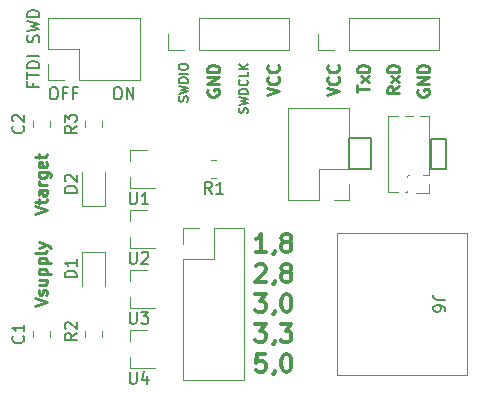
<source format=gbr>
G04 #@! TF.GenerationSoftware,KiCad,Pcbnew,(6.0.2)*
G04 #@! TF.CreationDate,2022-03-04T18:35:00+01:00*
G04 #@! TF.ProjectId,LINK,4c494e4b-2e6b-4696-9361-645f70636258,rev?*
G04 #@! TF.SameCoordinates,Original*
G04 #@! TF.FileFunction,Legend,Top*
G04 #@! TF.FilePolarity,Positive*
%FSLAX46Y46*%
G04 Gerber Fmt 4.6, Leading zero omitted, Abs format (unit mm)*
G04 Created by KiCad (PCBNEW (6.0.2)) date 2022-03-04 18:35:00*
%MOMM*%
%LPD*%
G01*
G04 APERTURE LIST*
%ADD10C,0.150000*%
%ADD11C,0.187500*%
%ADD12C,0.250000*%
%ADD13C,0.300000*%
%ADD14C,0.120000*%
G04 APERTURE END LIST*
D10*
X158810000Y-74900000D02*
X160655000Y-74900000D01*
X160655000Y-74900000D02*
X160655000Y-77470000D01*
X160655000Y-77470000D02*
X158810000Y-77470000D01*
X158810000Y-77470000D02*
X158810000Y-74900000D01*
X165735000Y-74930000D02*
X167005000Y-74930000D01*
X167005000Y-74930000D02*
X167005000Y-77470000D01*
X167005000Y-77470000D02*
X165735000Y-77470000D01*
X165735000Y-77470000D02*
X165735000Y-74930000D01*
D11*
X150163571Y-72733589D02*
X150199285Y-72626446D01*
X150199285Y-72447875D01*
X150163571Y-72376446D01*
X150127857Y-72340732D01*
X150056428Y-72305017D01*
X149985000Y-72305017D01*
X149913571Y-72340732D01*
X149877857Y-72376446D01*
X149842142Y-72447875D01*
X149806428Y-72590732D01*
X149770714Y-72662160D01*
X149735000Y-72697875D01*
X149663571Y-72733589D01*
X149592142Y-72733589D01*
X149520714Y-72697875D01*
X149485000Y-72662160D01*
X149449285Y-72590732D01*
X149449285Y-72412160D01*
X149485000Y-72305017D01*
X149449285Y-72055017D02*
X150199285Y-71876446D01*
X149663571Y-71733589D01*
X150199285Y-71590732D01*
X149449285Y-71412160D01*
X150199285Y-71126446D02*
X149449285Y-71126446D01*
X149449285Y-70947875D01*
X149485000Y-70840732D01*
X149556428Y-70769303D01*
X149627857Y-70733589D01*
X149770714Y-70697875D01*
X149877857Y-70697875D01*
X150020714Y-70733589D01*
X150092142Y-70769303D01*
X150163571Y-70840732D01*
X150199285Y-70947875D01*
X150199285Y-71126446D01*
X150127857Y-69947875D02*
X150163571Y-69983589D01*
X150199285Y-70090732D01*
X150199285Y-70162160D01*
X150163571Y-70269303D01*
X150092142Y-70340732D01*
X150020714Y-70376446D01*
X149877857Y-70412160D01*
X149770714Y-70412160D01*
X149627857Y-70376446D01*
X149556428Y-70340732D01*
X149485000Y-70269303D01*
X149449285Y-70162160D01*
X149449285Y-70090732D01*
X149485000Y-69983589D01*
X149520714Y-69947875D01*
X150199285Y-69269303D02*
X150199285Y-69626446D01*
X149449285Y-69626446D01*
X150199285Y-69019303D02*
X149449285Y-69019303D01*
X150199285Y-68590732D02*
X149770714Y-68912160D01*
X149449285Y-68590732D02*
X149877857Y-69019303D01*
D12*
X151852380Y-71250404D02*
X152852380Y-70917071D01*
X151852380Y-70583738D01*
X152757142Y-69678976D02*
X152804761Y-69726595D01*
X152852380Y-69869452D01*
X152852380Y-69964690D01*
X152804761Y-70107547D01*
X152709523Y-70202785D01*
X152614285Y-70250404D01*
X152423809Y-70298023D01*
X152280952Y-70298023D01*
X152090476Y-70250404D01*
X151995238Y-70202785D01*
X151900000Y-70107547D01*
X151852380Y-69964690D01*
X151852380Y-69869452D01*
X151900000Y-69726595D01*
X151947619Y-69678976D01*
X152757142Y-68678976D02*
X152804761Y-68726595D01*
X152852380Y-68869452D01*
X152852380Y-68964690D01*
X152804761Y-69107547D01*
X152709523Y-69202785D01*
X152614285Y-69250404D01*
X152423809Y-69298023D01*
X152280952Y-69298023D01*
X152090476Y-69250404D01*
X151995238Y-69202785D01*
X151900000Y-69107547D01*
X151852380Y-68964690D01*
X151852380Y-68869452D01*
X151900000Y-68726595D01*
X151947619Y-68678976D01*
X156932380Y-71250404D02*
X157932380Y-70917071D01*
X156932380Y-70583738D01*
X157837142Y-69678976D02*
X157884761Y-69726595D01*
X157932380Y-69869452D01*
X157932380Y-69964690D01*
X157884761Y-70107547D01*
X157789523Y-70202785D01*
X157694285Y-70250404D01*
X157503809Y-70298023D01*
X157360952Y-70298023D01*
X157170476Y-70250404D01*
X157075238Y-70202785D01*
X156980000Y-70107547D01*
X156932380Y-69964690D01*
X156932380Y-69869452D01*
X156980000Y-69726595D01*
X157027619Y-69678976D01*
X157837142Y-68678976D02*
X157884761Y-68726595D01*
X157932380Y-68869452D01*
X157932380Y-68964690D01*
X157884761Y-69107547D01*
X157789523Y-69202785D01*
X157694285Y-69250404D01*
X157503809Y-69298023D01*
X157360952Y-69298023D01*
X157170476Y-69250404D01*
X157075238Y-69202785D01*
X156980000Y-69107547D01*
X156932380Y-68964690D01*
X156932380Y-68869452D01*
X156980000Y-68726595D01*
X157027619Y-68678976D01*
X164600000Y-70774214D02*
X164552380Y-70869452D01*
X164552380Y-71012309D01*
X164600000Y-71155166D01*
X164695238Y-71250404D01*
X164790476Y-71298023D01*
X164980952Y-71345642D01*
X165123809Y-71345642D01*
X165314285Y-71298023D01*
X165409523Y-71250404D01*
X165504761Y-71155166D01*
X165552380Y-71012309D01*
X165552380Y-70917071D01*
X165504761Y-70774214D01*
X165457142Y-70726595D01*
X165123809Y-70726595D01*
X165123809Y-70917071D01*
X165552380Y-70298023D02*
X164552380Y-70298023D01*
X165552380Y-69726595D01*
X164552380Y-69726595D01*
X165552380Y-69250404D02*
X164552380Y-69250404D01*
X164552380Y-69012309D01*
X164600000Y-68869452D01*
X164695238Y-68774214D01*
X164790476Y-68726595D01*
X164980952Y-68678976D01*
X165123809Y-68678976D01*
X165314285Y-68726595D01*
X165409523Y-68774214D01*
X165504761Y-68869452D01*
X165552380Y-69012309D01*
X165552380Y-69250404D01*
X163012380Y-70488500D02*
X162536190Y-70821833D01*
X163012380Y-71059928D02*
X162012380Y-71059928D01*
X162012380Y-70678976D01*
X162060000Y-70583738D01*
X162107619Y-70536119D01*
X162202857Y-70488500D01*
X162345714Y-70488500D01*
X162440952Y-70536119D01*
X162488571Y-70583738D01*
X162536190Y-70678976D01*
X162536190Y-71059928D01*
X163012380Y-70155166D02*
X162345714Y-69631357D01*
X162345714Y-70155166D02*
X163012380Y-69631357D01*
X163012380Y-69250404D02*
X162012380Y-69250404D01*
X162012380Y-69012309D01*
X162060000Y-68869452D01*
X162155238Y-68774214D01*
X162250476Y-68726595D01*
X162440952Y-68678976D01*
X162583809Y-68678976D01*
X162774285Y-68726595D01*
X162869523Y-68774214D01*
X162964761Y-68869452D01*
X163012380Y-69012309D01*
X163012380Y-69250404D01*
X159472380Y-70964690D02*
X159472380Y-70393261D01*
X160472380Y-70678976D02*
X159472380Y-70678976D01*
X160472380Y-70155166D02*
X159805714Y-69631357D01*
X159805714Y-70155166D02*
X160472380Y-69631357D01*
X160472380Y-69250404D02*
X159472380Y-69250404D01*
X159472380Y-69012309D01*
X159520000Y-68869452D01*
X159615238Y-68774214D01*
X159710476Y-68726595D01*
X159900952Y-68678976D01*
X160043809Y-68678976D01*
X160234285Y-68726595D01*
X160329523Y-68774214D01*
X160424761Y-68869452D01*
X160472380Y-69012309D01*
X160472380Y-69250404D01*
D10*
X132008571Y-70214761D02*
X132008571Y-70548095D01*
X132532380Y-70548095D02*
X131532380Y-70548095D01*
X131532380Y-70071904D01*
X131532380Y-69833809D02*
X131532380Y-69262380D01*
X132532380Y-69548095D02*
X131532380Y-69548095D01*
X132532380Y-68929047D02*
X131532380Y-68929047D01*
X131532380Y-68690952D01*
X131580000Y-68548095D01*
X131675238Y-68452857D01*
X131770476Y-68405238D01*
X131960952Y-68357619D01*
X132103809Y-68357619D01*
X132294285Y-68405238D01*
X132389523Y-68452857D01*
X132484761Y-68548095D01*
X132532380Y-68690952D01*
X132532380Y-68929047D01*
X132532380Y-67929047D02*
X131532380Y-67929047D01*
X132484761Y-66738571D02*
X132532380Y-66595714D01*
X132532380Y-66357619D01*
X132484761Y-66262380D01*
X132437142Y-66214761D01*
X132341904Y-66167142D01*
X132246666Y-66167142D01*
X132151428Y-66214761D01*
X132103809Y-66262380D01*
X132056190Y-66357619D01*
X132008571Y-66548095D01*
X131960952Y-66643333D01*
X131913333Y-66690952D01*
X131818095Y-66738571D01*
X131722857Y-66738571D01*
X131627619Y-66690952D01*
X131580000Y-66643333D01*
X131532380Y-66548095D01*
X131532380Y-66310000D01*
X131580000Y-66167142D01*
X131532380Y-65833809D02*
X132532380Y-65595714D01*
X131818095Y-65405238D01*
X132532380Y-65214761D01*
X131532380Y-64976666D01*
X132532380Y-64595714D02*
X131532380Y-64595714D01*
X131532380Y-64357619D01*
X131580000Y-64214761D01*
X131675238Y-64119523D01*
X131770476Y-64071904D01*
X131960952Y-64024285D01*
X132103809Y-64024285D01*
X132294285Y-64071904D01*
X132389523Y-64119523D01*
X132484761Y-64214761D01*
X132532380Y-64357619D01*
X132532380Y-64595714D01*
D13*
X150828571Y-90618571D02*
X151757142Y-90618571D01*
X151257142Y-91190000D01*
X151471428Y-91190000D01*
X151614285Y-91261428D01*
X151685714Y-91332857D01*
X151757142Y-91475714D01*
X151757142Y-91832857D01*
X151685714Y-91975714D01*
X151614285Y-92047142D01*
X151471428Y-92118571D01*
X151042857Y-92118571D01*
X150900000Y-92047142D01*
X150828571Y-91975714D01*
X152471428Y-92047142D02*
X152471428Y-92118571D01*
X152400000Y-92261428D01*
X152328571Y-92332857D01*
X152971428Y-90618571D02*
X153900000Y-90618571D01*
X153400000Y-91190000D01*
X153614285Y-91190000D01*
X153757142Y-91261428D01*
X153828571Y-91332857D01*
X153900000Y-91475714D01*
X153900000Y-91832857D01*
X153828571Y-91975714D01*
X153757142Y-92047142D01*
X153614285Y-92118571D01*
X153185714Y-92118571D01*
X153042857Y-92047142D01*
X152971428Y-91975714D01*
D11*
X145083571Y-71769303D02*
X145119285Y-71662160D01*
X145119285Y-71483589D01*
X145083571Y-71412160D01*
X145047857Y-71376446D01*
X144976428Y-71340732D01*
X144905000Y-71340732D01*
X144833571Y-71376446D01*
X144797857Y-71412160D01*
X144762142Y-71483589D01*
X144726428Y-71626446D01*
X144690714Y-71697875D01*
X144655000Y-71733589D01*
X144583571Y-71769303D01*
X144512142Y-71769303D01*
X144440714Y-71733589D01*
X144405000Y-71697875D01*
X144369285Y-71626446D01*
X144369285Y-71447875D01*
X144405000Y-71340732D01*
X144369285Y-71090732D02*
X145119285Y-70912160D01*
X144583571Y-70769303D01*
X145119285Y-70626446D01*
X144369285Y-70447875D01*
X145119285Y-70162160D02*
X144369285Y-70162160D01*
X144369285Y-69983589D01*
X144405000Y-69876446D01*
X144476428Y-69805017D01*
X144547857Y-69769303D01*
X144690714Y-69733589D01*
X144797857Y-69733589D01*
X144940714Y-69769303D01*
X145012142Y-69805017D01*
X145083571Y-69876446D01*
X145119285Y-69983589D01*
X145119285Y-70162160D01*
X145119285Y-69412160D02*
X144369285Y-69412160D01*
X144369285Y-68912160D02*
X144369285Y-68769303D01*
X144405000Y-68697875D01*
X144476428Y-68626446D01*
X144619285Y-68590732D01*
X144869285Y-68590732D01*
X145012142Y-68626446D01*
X145083571Y-68697875D01*
X145119285Y-68769303D01*
X145119285Y-68912160D01*
X145083571Y-68983589D01*
X145012142Y-69055017D01*
X144869285Y-69090732D01*
X144619285Y-69090732D01*
X144476428Y-69055017D01*
X144405000Y-68983589D01*
X144369285Y-68912160D01*
D12*
X132167380Y-81287619D02*
X133167380Y-80954285D01*
X132167380Y-80620952D01*
X132500714Y-80430476D02*
X132500714Y-80049523D01*
X132167380Y-80287619D02*
X133024523Y-80287619D01*
X133119761Y-80240000D01*
X133167380Y-80144761D01*
X133167380Y-80049523D01*
X133167380Y-79287619D02*
X132643571Y-79287619D01*
X132548333Y-79335238D01*
X132500714Y-79430476D01*
X132500714Y-79620952D01*
X132548333Y-79716190D01*
X133119761Y-79287619D02*
X133167380Y-79382857D01*
X133167380Y-79620952D01*
X133119761Y-79716190D01*
X133024523Y-79763809D01*
X132929285Y-79763809D01*
X132834047Y-79716190D01*
X132786428Y-79620952D01*
X132786428Y-79382857D01*
X132738809Y-79287619D01*
X133167380Y-78811428D02*
X132500714Y-78811428D01*
X132691190Y-78811428D02*
X132595952Y-78763809D01*
X132548333Y-78716190D01*
X132500714Y-78620952D01*
X132500714Y-78525714D01*
X132500714Y-77763809D02*
X133310238Y-77763809D01*
X133405476Y-77811428D01*
X133453095Y-77859047D01*
X133500714Y-77954285D01*
X133500714Y-78097142D01*
X133453095Y-78192380D01*
X133119761Y-77763809D02*
X133167380Y-77859047D01*
X133167380Y-78049523D01*
X133119761Y-78144761D01*
X133072142Y-78192380D01*
X132976904Y-78240000D01*
X132691190Y-78240000D01*
X132595952Y-78192380D01*
X132548333Y-78144761D01*
X132500714Y-78049523D01*
X132500714Y-77859047D01*
X132548333Y-77763809D01*
X133119761Y-76906666D02*
X133167380Y-77001904D01*
X133167380Y-77192380D01*
X133119761Y-77287619D01*
X133024523Y-77335238D01*
X132643571Y-77335238D01*
X132548333Y-77287619D01*
X132500714Y-77192380D01*
X132500714Y-77001904D01*
X132548333Y-76906666D01*
X132643571Y-76859047D01*
X132738809Y-76859047D01*
X132834047Y-77335238D01*
X132500714Y-76573333D02*
X132500714Y-76192380D01*
X132167380Y-76430476D02*
X133024523Y-76430476D01*
X133119761Y-76382857D01*
X133167380Y-76287619D01*
X133167380Y-76192380D01*
D10*
X133667619Y-70572380D02*
X133858095Y-70572380D01*
X133953333Y-70620000D01*
X134048571Y-70715238D01*
X134096190Y-70905714D01*
X134096190Y-71239047D01*
X134048571Y-71429523D01*
X133953333Y-71524761D01*
X133858095Y-71572380D01*
X133667619Y-71572380D01*
X133572380Y-71524761D01*
X133477142Y-71429523D01*
X133429523Y-71239047D01*
X133429523Y-70905714D01*
X133477142Y-70715238D01*
X133572380Y-70620000D01*
X133667619Y-70572380D01*
X134858095Y-71048571D02*
X134524761Y-71048571D01*
X134524761Y-71572380D02*
X134524761Y-70572380D01*
X135000952Y-70572380D01*
X135715238Y-71048571D02*
X135381904Y-71048571D01*
X135381904Y-71572380D02*
X135381904Y-70572380D01*
X135858095Y-70572380D01*
D13*
X150828571Y-88078571D02*
X151757142Y-88078571D01*
X151257142Y-88650000D01*
X151471428Y-88650000D01*
X151614285Y-88721428D01*
X151685714Y-88792857D01*
X151757142Y-88935714D01*
X151757142Y-89292857D01*
X151685714Y-89435714D01*
X151614285Y-89507142D01*
X151471428Y-89578571D01*
X151042857Y-89578571D01*
X150900000Y-89507142D01*
X150828571Y-89435714D01*
X152471428Y-89507142D02*
X152471428Y-89578571D01*
X152400000Y-89721428D01*
X152328571Y-89792857D01*
X153400000Y-88078571D02*
X153542857Y-88078571D01*
X153685714Y-88150000D01*
X153757142Y-88221428D01*
X153828571Y-88364285D01*
X153900000Y-88650000D01*
X153900000Y-89007142D01*
X153828571Y-89292857D01*
X153757142Y-89435714D01*
X153685714Y-89507142D01*
X153542857Y-89578571D01*
X153400000Y-89578571D01*
X153257142Y-89507142D01*
X153185714Y-89435714D01*
X153114285Y-89292857D01*
X153042857Y-89007142D01*
X153042857Y-88650000D01*
X153114285Y-88364285D01*
X153185714Y-88221428D01*
X153257142Y-88150000D01*
X153400000Y-88078571D01*
D10*
X139080952Y-70572380D02*
X139271428Y-70572380D01*
X139366666Y-70620000D01*
X139461904Y-70715238D01*
X139509523Y-70905714D01*
X139509523Y-71239047D01*
X139461904Y-71429523D01*
X139366666Y-71524761D01*
X139271428Y-71572380D01*
X139080952Y-71572380D01*
X138985714Y-71524761D01*
X138890476Y-71429523D01*
X138842857Y-71239047D01*
X138842857Y-70905714D01*
X138890476Y-70715238D01*
X138985714Y-70620000D01*
X139080952Y-70572380D01*
X139938095Y-71572380D02*
X139938095Y-70572380D01*
X140509523Y-71572380D01*
X140509523Y-70572380D01*
D13*
X151685714Y-93158571D02*
X150971428Y-93158571D01*
X150900000Y-93872857D01*
X150971428Y-93801428D01*
X151114285Y-93730000D01*
X151471428Y-93730000D01*
X151614285Y-93801428D01*
X151685714Y-93872857D01*
X151757142Y-94015714D01*
X151757142Y-94372857D01*
X151685714Y-94515714D01*
X151614285Y-94587142D01*
X151471428Y-94658571D01*
X151114285Y-94658571D01*
X150971428Y-94587142D01*
X150900000Y-94515714D01*
X152471428Y-94587142D02*
X152471428Y-94658571D01*
X152400000Y-94801428D01*
X152328571Y-94872857D01*
X153400000Y-93158571D02*
X153542857Y-93158571D01*
X153685714Y-93230000D01*
X153757142Y-93301428D01*
X153828571Y-93444285D01*
X153900000Y-93730000D01*
X153900000Y-94087142D01*
X153828571Y-94372857D01*
X153757142Y-94515714D01*
X153685714Y-94587142D01*
X153542857Y-94658571D01*
X153400000Y-94658571D01*
X153257142Y-94587142D01*
X153185714Y-94515714D01*
X153114285Y-94372857D01*
X153042857Y-94087142D01*
X153042857Y-93730000D01*
X153114285Y-93444285D01*
X153185714Y-93301428D01*
X153257142Y-93230000D01*
X153400000Y-93158571D01*
X150900000Y-85681428D02*
X150971428Y-85610000D01*
X151114285Y-85538571D01*
X151471428Y-85538571D01*
X151614285Y-85610000D01*
X151685714Y-85681428D01*
X151757142Y-85824285D01*
X151757142Y-85967142D01*
X151685714Y-86181428D01*
X150828571Y-87038571D01*
X151757142Y-87038571D01*
X152471428Y-86967142D02*
X152471428Y-87038571D01*
X152400000Y-87181428D01*
X152328571Y-87252857D01*
X153328571Y-86181428D02*
X153185714Y-86110000D01*
X153114285Y-86038571D01*
X153042857Y-85895714D01*
X153042857Y-85824285D01*
X153114285Y-85681428D01*
X153185714Y-85610000D01*
X153328571Y-85538571D01*
X153614285Y-85538571D01*
X153757142Y-85610000D01*
X153828571Y-85681428D01*
X153900000Y-85824285D01*
X153900000Y-85895714D01*
X153828571Y-86038571D01*
X153757142Y-86110000D01*
X153614285Y-86181428D01*
X153328571Y-86181428D01*
X153185714Y-86252857D01*
X153114285Y-86324285D01*
X153042857Y-86467142D01*
X153042857Y-86752857D01*
X153114285Y-86895714D01*
X153185714Y-86967142D01*
X153328571Y-87038571D01*
X153614285Y-87038571D01*
X153757142Y-86967142D01*
X153828571Y-86895714D01*
X153900000Y-86752857D01*
X153900000Y-86467142D01*
X153828571Y-86324285D01*
X153757142Y-86252857D01*
X153614285Y-86181428D01*
D12*
X146820000Y-70774214D02*
X146772380Y-70869452D01*
X146772380Y-71012309D01*
X146820000Y-71155166D01*
X146915238Y-71250404D01*
X147010476Y-71298023D01*
X147200952Y-71345642D01*
X147343809Y-71345642D01*
X147534285Y-71298023D01*
X147629523Y-71250404D01*
X147724761Y-71155166D01*
X147772380Y-71012309D01*
X147772380Y-70917071D01*
X147724761Y-70774214D01*
X147677142Y-70726595D01*
X147343809Y-70726595D01*
X147343809Y-70917071D01*
X147772380Y-70298023D02*
X146772380Y-70298023D01*
X147772380Y-69726595D01*
X146772380Y-69726595D01*
X147772380Y-69250404D02*
X146772380Y-69250404D01*
X146772380Y-69012309D01*
X146820000Y-68869452D01*
X146915238Y-68774214D01*
X147010476Y-68726595D01*
X147200952Y-68678976D01*
X147343809Y-68678976D01*
X147534285Y-68726595D01*
X147629523Y-68774214D01*
X147724761Y-68869452D01*
X147772380Y-69012309D01*
X147772380Y-69250404D01*
X132167380Y-89098095D02*
X133167380Y-88764761D01*
X132167380Y-88431428D01*
X133119761Y-88145714D02*
X133167380Y-88050476D01*
X133167380Y-87860000D01*
X133119761Y-87764761D01*
X133024523Y-87717142D01*
X132976904Y-87717142D01*
X132881666Y-87764761D01*
X132834047Y-87860000D01*
X132834047Y-88002857D01*
X132786428Y-88098095D01*
X132691190Y-88145714D01*
X132643571Y-88145714D01*
X132548333Y-88098095D01*
X132500714Y-88002857D01*
X132500714Y-87860000D01*
X132548333Y-87764761D01*
X132500714Y-86860000D02*
X133167380Y-86860000D01*
X132500714Y-87288571D02*
X133024523Y-87288571D01*
X133119761Y-87240952D01*
X133167380Y-87145714D01*
X133167380Y-87002857D01*
X133119761Y-86907619D01*
X133072142Y-86860000D01*
X132500714Y-86383809D02*
X133500714Y-86383809D01*
X132548333Y-86383809D02*
X132500714Y-86288571D01*
X132500714Y-86098095D01*
X132548333Y-86002857D01*
X132595952Y-85955238D01*
X132691190Y-85907619D01*
X132976904Y-85907619D01*
X133072142Y-85955238D01*
X133119761Y-86002857D01*
X133167380Y-86098095D01*
X133167380Y-86288571D01*
X133119761Y-86383809D01*
X132500714Y-85479047D02*
X133500714Y-85479047D01*
X132548333Y-85479047D02*
X132500714Y-85383809D01*
X132500714Y-85193333D01*
X132548333Y-85098095D01*
X132595952Y-85050476D01*
X132691190Y-85002857D01*
X132976904Y-85002857D01*
X133072142Y-85050476D01*
X133119761Y-85098095D01*
X133167380Y-85193333D01*
X133167380Y-85383809D01*
X133119761Y-85479047D01*
X133167380Y-84431428D02*
X133119761Y-84526666D01*
X133024523Y-84574285D01*
X132167380Y-84574285D01*
X132500714Y-84145714D02*
X133167380Y-83907619D01*
X132500714Y-83669523D02*
X133167380Y-83907619D01*
X133405476Y-84002857D01*
X133453095Y-84050476D01*
X133500714Y-84145714D01*
D13*
X151757142Y-84498571D02*
X150900000Y-84498571D01*
X151328571Y-84498571D02*
X151328571Y-82998571D01*
X151185714Y-83212857D01*
X151042857Y-83355714D01*
X150900000Y-83427142D01*
X152471428Y-84427142D02*
X152471428Y-84498571D01*
X152400000Y-84641428D01*
X152328571Y-84712857D01*
X153328571Y-83641428D02*
X153185714Y-83570000D01*
X153114285Y-83498571D01*
X153042857Y-83355714D01*
X153042857Y-83284285D01*
X153114285Y-83141428D01*
X153185714Y-83070000D01*
X153328571Y-82998571D01*
X153614285Y-82998571D01*
X153757142Y-83070000D01*
X153828571Y-83141428D01*
X153900000Y-83284285D01*
X153900000Y-83355714D01*
X153828571Y-83498571D01*
X153757142Y-83570000D01*
X153614285Y-83641428D01*
X153328571Y-83641428D01*
X153185714Y-83712857D01*
X153114285Y-83784285D01*
X153042857Y-83927142D01*
X153042857Y-84212857D01*
X153114285Y-84355714D01*
X153185714Y-84427142D01*
X153328571Y-84498571D01*
X153614285Y-84498571D01*
X153757142Y-84427142D01*
X153828571Y-84355714D01*
X153900000Y-84212857D01*
X153900000Y-83927142D01*
X153828571Y-83784285D01*
X153757142Y-83712857D01*
X153614285Y-83641428D01*
D10*
X135707380Y-73826666D02*
X135231190Y-74160000D01*
X135707380Y-74398095D02*
X134707380Y-74398095D01*
X134707380Y-74017142D01*
X134755000Y-73921904D01*
X134802619Y-73874285D01*
X134897857Y-73826666D01*
X135040714Y-73826666D01*
X135135952Y-73874285D01*
X135183571Y-73921904D01*
X135231190Y-74017142D01*
X135231190Y-74398095D01*
X134707380Y-73493333D02*
X134707380Y-72874285D01*
X135088333Y-73207619D01*
X135088333Y-73064761D01*
X135135952Y-72969523D01*
X135183571Y-72921904D01*
X135278809Y-72874285D01*
X135516904Y-72874285D01*
X135612142Y-72921904D01*
X135659761Y-72969523D01*
X135707380Y-73064761D01*
X135707380Y-73350476D01*
X135659761Y-73445714D01*
X135612142Y-73493333D01*
X135707380Y-86668095D02*
X134707380Y-86668095D01*
X134707380Y-86430000D01*
X134755000Y-86287142D01*
X134850238Y-86191904D01*
X134945476Y-86144285D01*
X135135952Y-86096666D01*
X135278809Y-86096666D01*
X135469285Y-86144285D01*
X135564523Y-86191904D01*
X135659761Y-86287142D01*
X135707380Y-86430000D01*
X135707380Y-86668095D01*
X135707380Y-85144285D02*
X135707380Y-85715714D01*
X135707380Y-85430000D02*
X134707380Y-85430000D01*
X134850238Y-85525238D01*
X134945476Y-85620476D01*
X134993095Y-85715714D01*
X135707380Y-79478095D02*
X134707380Y-79478095D01*
X134707380Y-79240000D01*
X134755000Y-79097142D01*
X134850238Y-79001904D01*
X134945476Y-78954285D01*
X135135952Y-78906666D01*
X135278809Y-78906666D01*
X135469285Y-78954285D01*
X135564523Y-79001904D01*
X135659761Y-79097142D01*
X135707380Y-79240000D01*
X135707380Y-79478095D01*
X134802619Y-78525714D02*
X134755000Y-78478095D01*
X134707380Y-78382857D01*
X134707380Y-78144761D01*
X134755000Y-78049523D01*
X134802619Y-78001904D01*
X134897857Y-77954285D01*
X134993095Y-77954285D01*
X135135952Y-78001904D01*
X135707380Y-78573333D01*
X135707380Y-77954285D01*
X131167142Y-91606666D02*
X131214761Y-91654285D01*
X131262380Y-91797142D01*
X131262380Y-91892380D01*
X131214761Y-92035238D01*
X131119523Y-92130476D01*
X131024285Y-92178095D01*
X130833809Y-92225714D01*
X130690952Y-92225714D01*
X130500476Y-92178095D01*
X130405238Y-92130476D01*
X130310000Y-92035238D01*
X130262380Y-91892380D01*
X130262380Y-91797142D01*
X130310000Y-91654285D01*
X130357619Y-91606666D01*
X131262380Y-90654285D02*
X131262380Y-91225714D01*
X131262380Y-90940000D02*
X130262380Y-90940000D01*
X130405238Y-91035238D01*
X130500476Y-91130476D01*
X130548095Y-91225714D01*
X131167142Y-73826666D02*
X131214761Y-73874285D01*
X131262380Y-74017142D01*
X131262380Y-74112380D01*
X131214761Y-74255238D01*
X131119523Y-74350476D01*
X131024285Y-74398095D01*
X130833809Y-74445714D01*
X130690952Y-74445714D01*
X130500476Y-74398095D01*
X130405238Y-74350476D01*
X130310000Y-74255238D01*
X130262380Y-74112380D01*
X130262380Y-74017142D01*
X130310000Y-73874285D01*
X130357619Y-73826666D01*
X130357619Y-73445714D02*
X130310000Y-73398095D01*
X130262380Y-73302857D01*
X130262380Y-73064761D01*
X130310000Y-72969523D01*
X130357619Y-72921904D01*
X130452857Y-72874285D01*
X130548095Y-72874285D01*
X130690952Y-72921904D01*
X131262380Y-73493333D01*
X131262380Y-72874285D01*
X135707380Y-91389166D02*
X135231190Y-91722500D01*
X135707380Y-91960595D02*
X134707380Y-91960595D01*
X134707380Y-91579642D01*
X134755000Y-91484404D01*
X134802619Y-91436785D01*
X134897857Y-91389166D01*
X135040714Y-91389166D01*
X135135952Y-91436785D01*
X135183571Y-91484404D01*
X135231190Y-91579642D01*
X135231190Y-91960595D01*
X134802619Y-91008214D02*
X134755000Y-90960595D01*
X134707380Y-90865357D01*
X134707380Y-90627261D01*
X134755000Y-90532023D01*
X134802619Y-90484404D01*
X134897857Y-90436785D01*
X134993095Y-90436785D01*
X135135952Y-90484404D01*
X135707380Y-91055833D01*
X135707380Y-90436785D01*
X166917619Y-88566666D02*
X166203333Y-88566666D01*
X166060476Y-88519047D01*
X165965238Y-88423809D01*
X165917619Y-88280952D01*
X165917619Y-88185714D01*
X166917619Y-89471428D02*
X166917619Y-89280952D01*
X166870000Y-89185714D01*
X166822380Y-89138095D01*
X166679523Y-89042857D01*
X166489047Y-88995238D01*
X166108095Y-88995238D01*
X166012857Y-89042857D01*
X165965238Y-89090476D01*
X165917619Y-89185714D01*
X165917619Y-89376190D01*
X165965238Y-89471428D01*
X166012857Y-89519047D01*
X166108095Y-89566666D01*
X166346190Y-89566666D01*
X166441428Y-89519047D01*
X166489047Y-89471428D01*
X166536666Y-89376190D01*
X166536666Y-89185714D01*
X166489047Y-89090476D01*
X166441428Y-89042857D01*
X166346190Y-88995238D01*
X140208095Y-94662380D02*
X140208095Y-95471904D01*
X140255714Y-95567142D01*
X140303333Y-95614761D01*
X140398571Y-95662380D01*
X140589047Y-95662380D01*
X140684285Y-95614761D01*
X140731904Y-95567142D01*
X140779523Y-95471904D01*
X140779523Y-94662380D01*
X141684285Y-94995714D02*
X141684285Y-95662380D01*
X141446190Y-94614761D02*
X141208095Y-95329047D01*
X141827142Y-95329047D01*
X140208095Y-89582380D02*
X140208095Y-90391904D01*
X140255714Y-90487142D01*
X140303333Y-90534761D01*
X140398571Y-90582380D01*
X140589047Y-90582380D01*
X140684285Y-90534761D01*
X140731904Y-90487142D01*
X140779523Y-90391904D01*
X140779523Y-89582380D01*
X141160476Y-89582380D02*
X141779523Y-89582380D01*
X141446190Y-89963333D01*
X141589047Y-89963333D01*
X141684285Y-90010952D01*
X141731904Y-90058571D01*
X141779523Y-90153809D01*
X141779523Y-90391904D01*
X141731904Y-90487142D01*
X141684285Y-90534761D01*
X141589047Y-90582380D01*
X141303333Y-90582380D01*
X141208095Y-90534761D01*
X141160476Y-90487142D01*
X140208095Y-84502380D02*
X140208095Y-85311904D01*
X140255714Y-85407142D01*
X140303333Y-85454761D01*
X140398571Y-85502380D01*
X140589047Y-85502380D01*
X140684285Y-85454761D01*
X140731904Y-85407142D01*
X140779523Y-85311904D01*
X140779523Y-84502380D01*
X141208095Y-84597619D02*
X141255714Y-84550000D01*
X141350952Y-84502380D01*
X141589047Y-84502380D01*
X141684285Y-84550000D01*
X141731904Y-84597619D01*
X141779523Y-84692857D01*
X141779523Y-84788095D01*
X141731904Y-84930952D01*
X141160476Y-85502380D01*
X141779523Y-85502380D01*
X140208095Y-79462380D02*
X140208095Y-80271904D01*
X140255714Y-80367142D01*
X140303333Y-80414761D01*
X140398571Y-80462380D01*
X140589047Y-80462380D01*
X140684285Y-80414761D01*
X140731904Y-80367142D01*
X140779523Y-80271904D01*
X140779523Y-79462380D01*
X141779523Y-80462380D02*
X141208095Y-80462380D01*
X141493809Y-80462380D02*
X141493809Y-79462380D01*
X141398571Y-79605238D01*
X141303333Y-79700476D01*
X141208095Y-79748095D01*
X147153333Y-79572380D02*
X146820000Y-79096190D01*
X146581904Y-79572380D02*
X146581904Y-78572380D01*
X146962857Y-78572380D01*
X147058095Y-78620000D01*
X147105714Y-78667619D01*
X147153333Y-78762857D01*
X147153333Y-78905714D01*
X147105714Y-79000952D01*
X147058095Y-79048571D01*
X146962857Y-79096190D01*
X146581904Y-79096190D01*
X148105714Y-79572380D02*
X147534285Y-79572380D01*
X147820000Y-79572380D02*
X147820000Y-78572380D01*
X147724761Y-78715238D01*
X147629523Y-78810476D01*
X147534285Y-78858095D01*
D14*
X136425000Y-73432936D02*
X136425000Y-73887064D01*
X137895000Y-73432936D02*
X137895000Y-73887064D01*
X136200000Y-84500000D02*
X136200000Y-87360000D01*
X138120000Y-84500000D02*
X136200000Y-84500000D01*
X138120000Y-87360000D02*
X138120000Y-84500000D01*
X136200000Y-80600000D02*
X138120000Y-80600000D01*
X136200000Y-77740000D02*
X136200000Y-80600000D01*
X138120000Y-80600000D02*
X138120000Y-77740000D01*
X153730000Y-67370000D02*
X153730000Y-64710000D01*
X144780000Y-67370000D02*
X143450000Y-67370000D01*
X146050000Y-67370000D02*
X153730000Y-67370000D01*
X143450000Y-67370000D02*
X143450000Y-66040000D01*
X146050000Y-67370000D02*
X146050000Y-64710000D01*
X146050000Y-64710000D02*
X153730000Y-64710000D01*
X165585000Y-78750000D02*
X165585000Y-79510000D01*
X162877470Y-72975000D02*
X162055000Y-72975000D01*
X165585000Y-79510000D02*
X164455000Y-79510000D01*
X162877470Y-79445000D02*
X162055000Y-79445000D01*
X164147470Y-72975000D02*
X163492530Y-72975000D01*
X165585000Y-77990000D02*
X165018471Y-77990000D01*
X163695000Y-78043471D02*
X163695000Y-78186529D01*
X163695000Y-79445000D02*
X163492530Y-79445000D01*
X163891529Y-77990000D02*
X163748471Y-77990000D01*
X165585000Y-77990000D02*
X165585000Y-72975000D01*
X165585000Y-72975000D02*
X164762530Y-72975000D01*
X163695000Y-79313471D02*
X163695000Y-79445000D01*
X162055000Y-79445000D02*
X162055000Y-72975000D01*
X131980000Y-91701252D02*
X131980000Y-91178748D01*
X133450000Y-91701252D02*
X133450000Y-91178748D01*
X131980000Y-73398748D02*
X131980000Y-73921252D01*
X133450000Y-73398748D02*
X133450000Y-73921252D01*
X158750000Y-67370000D02*
X158750000Y-64710000D01*
X158750000Y-64710000D02*
X166430000Y-64710000D01*
X156150000Y-67370000D02*
X156150000Y-66040000D01*
X157480000Y-67370000D02*
X156150000Y-67370000D01*
X166430000Y-67370000D02*
X166430000Y-64710000D01*
X158750000Y-67370000D02*
X166430000Y-67370000D01*
X136425000Y-91667064D02*
X136425000Y-91212936D01*
X137895000Y-91667064D02*
X137895000Y-91212936D01*
X168750000Y-94900000D02*
X163750000Y-94900000D01*
X157750000Y-94900000D02*
X157750000Y-82900000D01*
X157750000Y-82900000D02*
X163750000Y-82900000D01*
X168750000Y-82900000D02*
X168750000Y-94900000D01*
X163750000Y-82900000D02*
X168750000Y-82900000D01*
X163750000Y-94900000D02*
X157750000Y-94900000D01*
X158810000Y-80070000D02*
X157480000Y-80070000D01*
X158810000Y-77470000D02*
X156210000Y-77470000D01*
X156210000Y-77470000D02*
X156210000Y-80070000D01*
X158810000Y-72330000D02*
X153610000Y-72330000D01*
X156210000Y-80070000D02*
X153610000Y-80070000D01*
X158810000Y-77470000D02*
X158810000Y-72330000D01*
X153610000Y-80070000D02*
X153610000Y-72330000D01*
X158810000Y-78740000D02*
X158810000Y-80070000D01*
X144720000Y-83820000D02*
X144720000Y-82490000D01*
X149920000Y-82490000D02*
X149920000Y-95310000D01*
X147320000Y-85090000D02*
X147320000Y-82490000D01*
X144720000Y-85090000D02*
X147320000Y-85090000D01*
X147320000Y-82490000D02*
X149920000Y-82490000D01*
X144720000Y-82490000D02*
X146050000Y-82490000D01*
X144720000Y-85090000D02*
X144720000Y-95310000D01*
X144720000Y-95310000D02*
X149920000Y-95310000D01*
X140210000Y-94290000D02*
X140210000Y-93360000D01*
X140210000Y-94290000D02*
X142370000Y-94290000D01*
X140210000Y-91130000D02*
X141670000Y-91130000D01*
X140210000Y-91130000D02*
X140210000Y-92060000D01*
X140210000Y-89210000D02*
X140210000Y-88280000D01*
X140210000Y-86050000D02*
X140210000Y-86980000D01*
X140210000Y-89210000D02*
X142370000Y-89210000D01*
X140210000Y-86050000D02*
X141670000Y-86050000D01*
X140210000Y-84130000D02*
X140210000Y-83200000D01*
X140210000Y-80970000D02*
X140210000Y-81900000D01*
X140210000Y-84130000D02*
X142370000Y-84130000D01*
X140210000Y-80970000D02*
X141670000Y-80970000D01*
X140210000Y-75890000D02*
X141670000Y-75890000D01*
X140210000Y-79050000D02*
X142370000Y-79050000D01*
X140210000Y-75890000D02*
X140210000Y-76820000D01*
X140210000Y-79050000D02*
X140210000Y-78120000D01*
X135905000Y-69915000D02*
X135905000Y-67315000D01*
X133305000Y-69915000D02*
X133305000Y-68585000D01*
X135905000Y-69915000D02*
X141045000Y-69915000D01*
X133305000Y-64715000D02*
X141045000Y-64715000D01*
X135905000Y-67315000D02*
X133305000Y-67315000D01*
X141045000Y-69915000D02*
X141045000Y-64715000D01*
X133305000Y-67315000D02*
X133305000Y-64715000D01*
X134635000Y-69915000D02*
X133305000Y-69915000D01*
X147547064Y-78205000D02*
X147092936Y-78205000D01*
X147547064Y-76735000D02*
X147092936Y-76735000D01*
M02*

</source>
